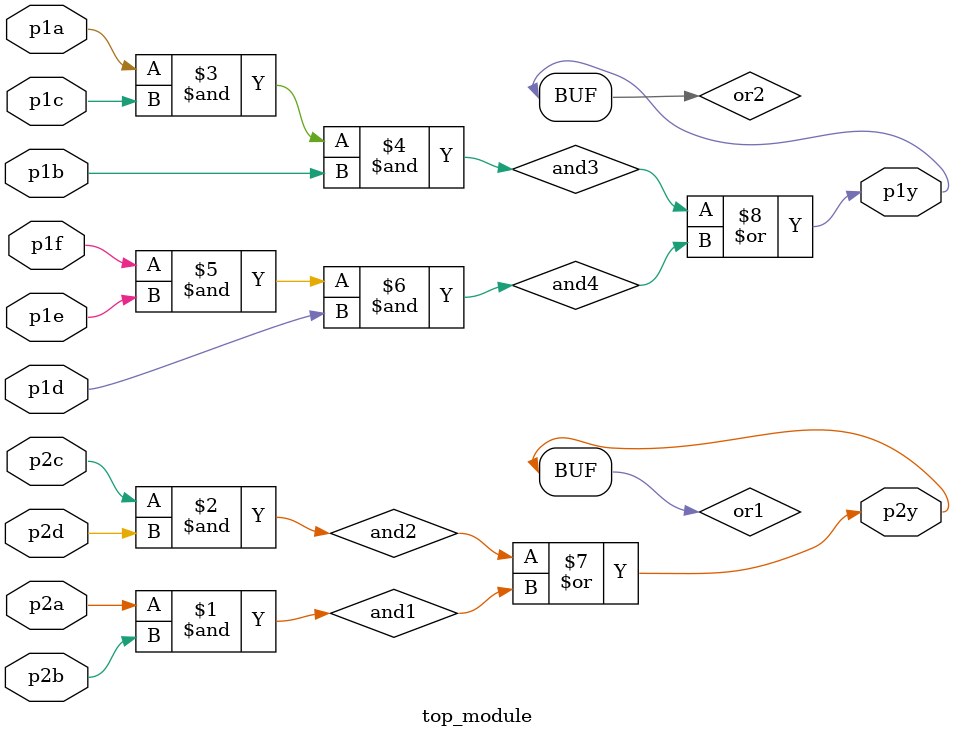
<source format=v>
module top_module ( 
    input p1a, p1b, p1c, p1d, p1e, p1f,
    output p1y,
    input p2a, p2b, p2c, p2d,
    output p2y );
  wire and1, and2, and3, and4, or1, or2;
  assign and1 = p2a & p2b;
  assign and2 = p2c & p2d;
  assign and3 = p1a & p1c & p1b;
  assign and4 = p1f & p1e & p1d;
  assign or1 = and2 | and1;
  assign or2 = and3 | and4;
  assign p2y = or1;
  assign p1y = or2;
endmodule

</source>
